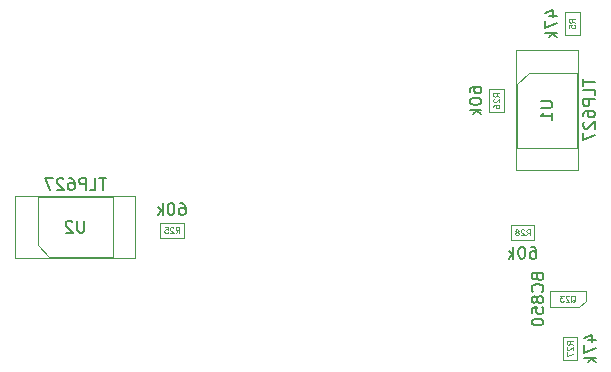
<source format=gbr>
G04 #@! TF.FileFunction,Other,Fab,Bot*
%FSLAX46Y46*%
G04 Gerber Fmt 4.6, Leading zero omitted, Abs format (unit mm)*
G04 Created by KiCad (PCBNEW 4.0.4-stable) date 11/20/17 14:55:23*
%MOMM*%
%LPD*%
G01*
G04 APERTURE LIST*
%ADD10C,0.100000*%
%ADD11C,0.150000*%
%ADD12C,0.075000*%
G04 APERTURE END LIST*
D10*
X133730000Y-95635000D02*
X133730000Y-100985000D01*
X133730000Y-100985000D02*
X138810000Y-100985000D01*
X138810000Y-100985000D02*
X138810000Y-94635000D01*
X138810000Y-94635000D02*
X134730000Y-94635000D01*
X134730000Y-94635000D02*
X133730000Y-95635000D01*
X133670000Y-92730000D02*
X138870000Y-92730000D01*
X138870000Y-92730000D02*
X138870000Y-102890000D01*
X138870000Y-102890000D02*
X133670000Y-102890000D01*
X133670000Y-102890000D02*
X133670000Y-92730000D01*
X94135000Y-110270000D02*
X99485000Y-110270000D01*
X99485000Y-110270000D02*
X99485000Y-105190000D01*
X99485000Y-105190000D02*
X93135000Y-105190000D01*
X93135000Y-105190000D02*
X93135000Y-109270000D01*
X93135000Y-109270000D02*
X94135000Y-110270000D01*
X91230000Y-110330000D02*
X91230000Y-105130000D01*
X91230000Y-105130000D02*
X101390000Y-105130000D01*
X101390000Y-105130000D02*
X101390000Y-110330000D01*
X101390000Y-110330000D02*
X91230000Y-110330000D01*
X137780000Y-91500000D02*
X139020000Y-91500000D01*
X137780000Y-89500000D02*
X137780000Y-91500000D01*
X139020000Y-89500000D02*
X137780000Y-89500000D01*
X139020000Y-91500000D02*
X139020000Y-89500000D01*
X103500000Y-107380000D02*
X103500000Y-108620000D01*
X105500000Y-107380000D02*
X103500000Y-107380000D01*
X105500000Y-108620000D02*
X105500000Y-107380000D01*
X103500000Y-108620000D02*
X105500000Y-108620000D01*
X131380000Y-98000000D02*
X132620000Y-98000000D01*
X131380000Y-96000000D02*
X131380000Y-98000000D01*
X132620000Y-96000000D02*
X131380000Y-96000000D01*
X132620000Y-98000000D02*
X132620000Y-96000000D01*
X138950000Y-114500000D02*
X136500000Y-114500000D01*
X139520000Y-113950000D02*
X139520000Y-113100000D01*
X138950000Y-114500000D02*
X139520000Y-113950000D01*
X139520000Y-113100000D02*
X136480000Y-113100000D01*
X136480000Y-114500000D02*
X136480000Y-113100000D01*
X138820000Y-117000000D02*
X137580000Y-117000000D01*
X138820000Y-119000000D02*
X138820000Y-117000000D01*
X137580000Y-119000000D02*
X138820000Y-119000000D01*
X137580000Y-117000000D02*
X137580000Y-119000000D01*
X135200000Y-108820000D02*
X135200000Y-107580000D01*
X133200000Y-108820000D02*
X135200000Y-108820000D01*
X133200000Y-107580000D02*
X133200000Y-108820000D01*
X135200000Y-107580000D02*
X133200000Y-107580000D01*
D11*
X139322381Y-95190952D02*
X139322381Y-95762381D01*
X140322381Y-95476666D02*
X139322381Y-95476666D01*
X140322381Y-96571905D02*
X140322381Y-96095714D01*
X139322381Y-96095714D01*
X140322381Y-96905238D02*
X139322381Y-96905238D01*
X139322381Y-97286191D01*
X139370000Y-97381429D01*
X139417619Y-97429048D01*
X139512857Y-97476667D01*
X139655714Y-97476667D01*
X139750952Y-97429048D01*
X139798571Y-97381429D01*
X139846190Y-97286191D01*
X139846190Y-96905238D01*
X139322381Y-98333810D02*
X139322381Y-98143333D01*
X139370000Y-98048095D01*
X139417619Y-98000476D01*
X139560476Y-97905238D01*
X139750952Y-97857619D01*
X140131905Y-97857619D01*
X140227143Y-97905238D01*
X140274762Y-97952857D01*
X140322381Y-98048095D01*
X140322381Y-98238572D01*
X140274762Y-98333810D01*
X140227143Y-98381429D01*
X140131905Y-98429048D01*
X139893810Y-98429048D01*
X139798571Y-98381429D01*
X139750952Y-98333810D01*
X139703333Y-98238572D01*
X139703333Y-98048095D01*
X139750952Y-97952857D01*
X139798571Y-97905238D01*
X139893810Y-97857619D01*
X139417619Y-98810000D02*
X139370000Y-98857619D01*
X139322381Y-98952857D01*
X139322381Y-99190953D01*
X139370000Y-99286191D01*
X139417619Y-99333810D01*
X139512857Y-99381429D01*
X139608095Y-99381429D01*
X139750952Y-99333810D01*
X140322381Y-98762381D01*
X140322381Y-99381429D01*
X139322381Y-99714762D02*
X139322381Y-100381429D01*
X140322381Y-99952857D01*
X135722381Y-97048095D02*
X136531905Y-97048095D01*
X136627143Y-97095714D01*
X136674762Y-97143333D01*
X136722381Y-97238571D01*
X136722381Y-97429048D01*
X136674762Y-97524286D01*
X136627143Y-97571905D01*
X136531905Y-97619524D01*
X135722381Y-97619524D01*
X136722381Y-98619524D02*
X136722381Y-98048095D01*
X136722381Y-98333809D02*
X135722381Y-98333809D01*
X135865238Y-98238571D01*
X135960476Y-98143333D01*
X136008095Y-98048095D01*
X98929048Y-103582381D02*
X98357619Y-103582381D01*
X98643334Y-104582381D02*
X98643334Y-103582381D01*
X97548095Y-104582381D02*
X98024286Y-104582381D01*
X98024286Y-103582381D01*
X97214762Y-104582381D02*
X97214762Y-103582381D01*
X96833809Y-103582381D01*
X96738571Y-103630000D01*
X96690952Y-103677619D01*
X96643333Y-103772857D01*
X96643333Y-103915714D01*
X96690952Y-104010952D01*
X96738571Y-104058571D01*
X96833809Y-104106190D01*
X97214762Y-104106190D01*
X95786190Y-103582381D02*
X95976667Y-103582381D01*
X96071905Y-103630000D01*
X96119524Y-103677619D01*
X96214762Y-103820476D01*
X96262381Y-104010952D01*
X96262381Y-104391905D01*
X96214762Y-104487143D01*
X96167143Y-104534762D01*
X96071905Y-104582381D01*
X95881428Y-104582381D01*
X95786190Y-104534762D01*
X95738571Y-104487143D01*
X95690952Y-104391905D01*
X95690952Y-104153810D01*
X95738571Y-104058571D01*
X95786190Y-104010952D01*
X95881428Y-103963333D01*
X96071905Y-103963333D01*
X96167143Y-104010952D01*
X96214762Y-104058571D01*
X96262381Y-104153810D01*
X95310000Y-103677619D02*
X95262381Y-103630000D01*
X95167143Y-103582381D01*
X94929047Y-103582381D01*
X94833809Y-103630000D01*
X94786190Y-103677619D01*
X94738571Y-103772857D01*
X94738571Y-103868095D01*
X94786190Y-104010952D01*
X95357619Y-104582381D01*
X94738571Y-104582381D01*
X94405238Y-103582381D02*
X93738571Y-103582381D01*
X94167143Y-104582381D01*
X97071905Y-107182381D02*
X97071905Y-107991905D01*
X97024286Y-108087143D01*
X96976667Y-108134762D01*
X96881429Y-108182381D01*
X96690952Y-108182381D01*
X96595714Y-108134762D01*
X96548095Y-108087143D01*
X96500476Y-107991905D01*
X96500476Y-107182381D01*
X96071905Y-107277619D02*
X96024286Y-107230000D01*
X95929048Y-107182381D01*
X95690952Y-107182381D01*
X95595714Y-107230000D01*
X95548095Y-107277619D01*
X95500476Y-107372857D01*
X95500476Y-107468095D01*
X95548095Y-107610952D01*
X96119524Y-108182381D01*
X95500476Y-108182381D01*
X136435714Y-89809524D02*
X137102381Y-89809524D01*
X136054762Y-89571428D02*
X136769048Y-89333333D01*
X136769048Y-89952381D01*
X136102381Y-90238095D02*
X136102381Y-90904762D01*
X137102381Y-90476190D01*
X137102381Y-91285714D02*
X136102381Y-91285714D01*
X136721429Y-91380952D02*
X137102381Y-91666667D01*
X136435714Y-91666667D02*
X136816667Y-91285714D01*
D12*
X138626190Y-90416667D02*
X138388095Y-90250000D01*
X138626190Y-90130953D02*
X138126190Y-90130953D01*
X138126190Y-90321429D01*
X138150000Y-90369048D01*
X138173810Y-90392857D01*
X138221429Y-90416667D01*
X138292857Y-90416667D01*
X138340476Y-90392857D01*
X138364286Y-90369048D01*
X138388095Y-90321429D01*
X138388095Y-90130953D01*
X138126190Y-90869048D02*
X138126190Y-90630953D01*
X138364286Y-90607143D01*
X138340476Y-90630953D01*
X138316667Y-90678572D01*
X138316667Y-90797619D01*
X138340476Y-90845238D01*
X138364286Y-90869048D01*
X138411905Y-90892857D01*
X138530952Y-90892857D01*
X138578571Y-90869048D01*
X138602381Y-90845238D01*
X138626190Y-90797619D01*
X138626190Y-90678572D01*
X138602381Y-90630953D01*
X138578571Y-90607143D01*
D11*
X105190476Y-105702381D02*
X105380953Y-105702381D01*
X105476191Y-105750000D01*
X105523810Y-105797619D01*
X105619048Y-105940476D01*
X105666667Y-106130952D01*
X105666667Y-106511905D01*
X105619048Y-106607143D01*
X105571429Y-106654762D01*
X105476191Y-106702381D01*
X105285714Y-106702381D01*
X105190476Y-106654762D01*
X105142857Y-106607143D01*
X105095238Y-106511905D01*
X105095238Y-106273810D01*
X105142857Y-106178571D01*
X105190476Y-106130952D01*
X105285714Y-106083333D01*
X105476191Y-106083333D01*
X105571429Y-106130952D01*
X105619048Y-106178571D01*
X105666667Y-106273810D01*
X104476191Y-105702381D02*
X104380952Y-105702381D01*
X104285714Y-105750000D01*
X104238095Y-105797619D01*
X104190476Y-105892857D01*
X104142857Y-106083333D01*
X104142857Y-106321429D01*
X104190476Y-106511905D01*
X104238095Y-106607143D01*
X104285714Y-106654762D01*
X104380952Y-106702381D01*
X104476191Y-106702381D01*
X104571429Y-106654762D01*
X104619048Y-106607143D01*
X104666667Y-106511905D01*
X104714286Y-106321429D01*
X104714286Y-106083333D01*
X104666667Y-105892857D01*
X104619048Y-105797619D01*
X104571429Y-105750000D01*
X104476191Y-105702381D01*
X103714286Y-106702381D02*
X103714286Y-105702381D01*
X103619048Y-106321429D02*
X103333333Y-106702381D01*
X103333333Y-106035714D02*
X103714286Y-106416667D01*
D12*
X104821428Y-108226190D02*
X104988095Y-107988095D01*
X105107142Y-108226190D02*
X105107142Y-107726190D01*
X104916666Y-107726190D01*
X104869047Y-107750000D01*
X104845238Y-107773810D01*
X104821428Y-107821429D01*
X104821428Y-107892857D01*
X104845238Y-107940476D01*
X104869047Y-107964286D01*
X104916666Y-107988095D01*
X105107142Y-107988095D01*
X104630952Y-107773810D02*
X104607142Y-107750000D01*
X104559523Y-107726190D01*
X104440476Y-107726190D01*
X104392857Y-107750000D01*
X104369047Y-107773810D01*
X104345238Y-107821429D01*
X104345238Y-107869048D01*
X104369047Y-107940476D01*
X104654761Y-108226190D01*
X104345238Y-108226190D01*
X103892857Y-107726190D02*
X104130952Y-107726190D01*
X104154762Y-107964286D01*
X104130952Y-107940476D01*
X104083333Y-107916667D01*
X103964286Y-107916667D01*
X103916667Y-107940476D01*
X103892857Y-107964286D01*
X103869048Y-108011905D01*
X103869048Y-108130952D01*
X103892857Y-108178571D01*
X103916667Y-108202381D01*
X103964286Y-108226190D01*
X104083333Y-108226190D01*
X104130952Y-108202381D01*
X104154762Y-108178571D01*
D11*
X129702381Y-96309524D02*
X129702381Y-96119047D01*
X129750000Y-96023809D01*
X129797619Y-95976190D01*
X129940476Y-95880952D01*
X130130952Y-95833333D01*
X130511905Y-95833333D01*
X130607143Y-95880952D01*
X130654762Y-95928571D01*
X130702381Y-96023809D01*
X130702381Y-96214286D01*
X130654762Y-96309524D01*
X130607143Y-96357143D01*
X130511905Y-96404762D01*
X130273810Y-96404762D01*
X130178571Y-96357143D01*
X130130952Y-96309524D01*
X130083333Y-96214286D01*
X130083333Y-96023809D01*
X130130952Y-95928571D01*
X130178571Y-95880952D01*
X130273810Y-95833333D01*
X129702381Y-97023809D02*
X129702381Y-97119048D01*
X129750000Y-97214286D01*
X129797619Y-97261905D01*
X129892857Y-97309524D01*
X130083333Y-97357143D01*
X130321429Y-97357143D01*
X130511905Y-97309524D01*
X130607143Y-97261905D01*
X130654762Y-97214286D01*
X130702381Y-97119048D01*
X130702381Y-97023809D01*
X130654762Y-96928571D01*
X130607143Y-96880952D01*
X130511905Y-96833333D01*
X130321429Y-96785714D01*
X130083333Y-96785714D01*
X129892857Y-96833333D01*
X129797619Y-96880952D01*
X129750000Y-96928571D01*
X129702381Y-97023809D01*
X130702381Y-97785714D02*
X129702381Y-97785714D01*
X130321429Y-97880952D02*
X130702381Y-98166667D01*
X130035714Y-98166667D02*
X130416667Y-97785714D01*
D12*
X132226190Y-96678572D02*
X131988095Y-96511905D01*
X132226190Y-96392858D02*
X131726190Y-96392858D01*
X131726190Y-96583334D01*
X131750000Y-96630953D01*
X131773810Y-96654762D01*
X131821429Y-96678572D01*
X131892857Y-96678572D01*
X131940476Y-96654762D01*
X131964286Y-96630953D01*
X131988095Y-96583334D01*
X131988095Y-96392858D01*
X131773810Y-96869048D02*
X131750000Y-96892858D01*
X131726190Y-96940477D01*
X131726190Y-97059524D01*
X131750000Y-97107143D01*
X131773810Y-97130953D01*
X131821429Y-97154762D01*
X131869048Y-97154762D01*
X131940476Y-97130953D01*
X132226190Y-96845239D01*
X132226190Y-97154762D01*
X131726190Y-97583333D02*
X131726190Y-97488095D01*
X131750000Y-97440476D01*
X131773810Y-97416667D01*
X131845238Y-97369048D01*
X131940476Y-97345238D01*
X132130952Y-97345238D01*
X132178571Y-97369048D01*
X132202381Y-97392857D01*
X132226190Y-97440476D01*
X132226190Y-97535714D01*
X132202381Y-97583333D01*
X132178571Y-97607143D01*
X132130952Y-97630952D01*
X132011905Y-97630952D01*
X131964286Y-97607143D01*
X131940476Y-97583333D01*
X131916667Y-97535714D01*
X131916667Y-97440476D01*
X131940476Y-97392857D01*
X131964286Y-97369048D01*
X132011905Y-97345238D01*
D11*
X135428571Y-111942858D02*
X135476190Y-112085715D01*
X135523810Y-112133334D01*
X135619048Y-112180953D01*
X135761905Y-112180953D01*
X135857143Y-112133334D01*
X135904762Y-112085715D01*
X135952381Y-111990477D01*
X135952381Y-111609524D01*
X134952381Y-111609524D01*
X134952381Y-111942858D01*
X135000000Y-112038096D01*
X135047619Y-112085715D01*
X135142857Y-112133334D01*
X135238095Y-112133334D01*
X135333333Y-112085715D01*
X135380952Y-112038096D01*
X135428571Y-111942858D01*
X135428571Y-111609524D01*
X135857143Y-113180953D02*
X135904762Y-113133334D01*
X135952381Y-112990477D01*
X135952381Y-112895239D01*
X135904762Y-112752381D01*
X135809524Y-112657143D01*
X135714286Y-112609524D01*
X135523810Y-112561905D01*
X135380952Y-112561905D01*
X135190476Y-112609524D01*
X135095238Y-112657143D01*
X135000000Y-112752381D01*
X134952381Y-112895239D01*
X134952381Y-112990477D01*
X135000000Y-113133334D01*
X135047619Y-113180953D01*
X135380952Y-113752381D02*
X135333333Y-113657143D01*
X135285714Y-113609524D01*
X135190476Y-113561905D01*
X135142857Y-113561905D01*
X135047619Y-113609524D01*
X135000000Y-113657143D01*
X134952381Y-113752381D01*
X134952381Y-113942858D01*
X135000000Y-114038096D01*
X135047619Y-114085715D01*
X135142857Y-114133334D01*
X135190476Y-114133334D01*
X135285714Y-114085715D01*
X135333333Y-114038096D01*
X135380952Y-113942858D01*
X135380952Y-113752381D01*
X135428571Y-113657143D01*
X135476190Y-113609524D01*
X135571429Y-113561905D01*
X135761905Y-113561905D01*
X135857143Y-113609524D01*
X135904762Y-113657143D01*
X135952381Y-113752381D01*
X135952381Y-113942858D01*
X135904762Y-114038096D01*
X135857143Y-114085715D01*
X135761905Y-114133334D01*
X135571429Y-114133334D01*
X135476190Y-114085715D01*
X135428571Y-114038096D01*
X135380952Y-113942858D01*
X134952381Y-115038096D02*
X134952381Y-114561905D01*
X135428571Y-114514286D01*
X135380952Y-114561905D01*
X135333333Y-114657143D01*
X135333333Y-114895239D01*
X135380952Y-114990477D01*
X135428571Y-115038096D01*
X135523810Y-115085715D01*
X135761905Y-115085715D01*
X135857143Y-115038096D01*
X135904762Y-114990477D01*
X135952381Y-114895239D01*
X135952381Y-114657143D01*
X135904762Y-114561905D01*
X135857143Y-114514286D01*
X134952381Y-115704762D02*
X134952381Y-115800001D01*
X135000000Y-115895239D01*
X135047619Y-115942858D01*
X135142857Y-115990477D01*
X135333333Y-116038096D01*
X135571429Y-116038096D01*
X135761905Y-115990477D01*
X135857143Y-115942858D01*
X135904762Y-115895239D01*
X135952381Y-115800001D01*
X135952381Y-115704762D01*
X135904762Y-115609524D01*
X135857143Y-115561905D01*
X135761905Y-115514286D01*
X135571429Y-115466667D01*
X135333333Y-115466667D01*
X135142857Y-115514286D01*
X135047619Y-115561905D01*
X135000000Y-115609524D01*
X134952381Y-115704762D01*
D12*
X138285714Y-114073810D02*
X138333333Y-114050000D01*
X138380952Y-114002381D01*
X138452381Y-113930952D01*
X138500000Y-113907143D01*
X138547619Y-113907143D01*
X138523809Y-114026190D02*
X138571428Y-114002381D01*
X138619047Y-113954762D01*
X138642857Y-113859524D01*
X138642857Y-113692857D01*
X138619047Y-113597619D01*
X138571428Y-113550000D01*
X138523809Y-113526190D01*
X138428571Y-113526190D01*
X138380952Y-113550000D01*
X138333333Y-113597619D01*
X138309524Y-113692857D01*
X138309524Y-113859524D01*
X138333333Y-113954762D01*
X138380952Y-114002381D01*
X138428571Y-114026190D01*
X138523809Y-114026190D01*
X138119047Y-113573810D02*
X138095237Y-113550000D01*
X138047618Y-113526190D01*
X137928571Y-113526190D01*
X137880952Y-113550000D01*
X137857142Y-113573810D01*
X137833333Y-113621429D01*
X137833333Y-113669048D01*
X137857142Y-113740476D01*
X138142856Y-114026190D01*
X137833333Y-114026190D01*
X137666666Y-113526190D02*
X137357143Y-113526190D01*
X137523809Y-113716667D01*
X137452381Y-113716667D01*
X137404762Y-113740476D01*
X137380952Y-113764286D01*
X137357143Y-113811905D01*
X137357143Y-113930952D01*
X137380952Y-113978571D01*
X137404762Y-114002381D01*
X137452381Y-114026190D01*
X137595238Y-114026190D01*
X137642857Y-114002381D01*
X137666666Y-113978571D01*
D11*
X139735714Y-117309524D02*
X140402381Y-117309524D01*
X139354762Y-117071428D02*
X140069048Y-116833333D01*
X140069048Y-117452381D01*
X139402381Y-117738095D02*
X139402381Y-118404762D01*
X140402381Y-117976190D01*
X140402381Y-118785714D02*
X139402381Y-118785714D01*
X140021429Y-118880952D02*
X140402381Y-119166667D01*
X139735714Y-119166667D02*
X140116667Y-118785714D01*
D12*
X138426190Y-117678572D02*
X138188095Y-117511905D01*
X138426190Y-117392858D02*
X137926190Y-117392858D01*
X137926190Y-117583334D01*
X137950000Y-117630953D01*
X137973810Y-117654762D01*
X138021429Y-117678572D01*
X138092857Y-117678572D01*
X138140476Y-117654762D01*
X138164286Y-117630953D01*
X138188095Y-117583334D01*
X138188095Y-117392858D01*
X137973810Y-117869048D02*
X137950000Y-117892858D01*
X137926190Y-117940477D01*
X137926190Y-118059524D01*
X137950000Y-118107143D01*
X137973810Y-118130953D01*
X138021429Y-118154762D01*
X138069048Y-118154762D01*
X138140476Y-118130953D01*
X138426190Y-117845239D01*
X138426190Y-118154762D01*
X137926190Y-118321429D02*
X137926190Y-118654762D01*
X138426190Y-118440476D01*
D11*
X134890476Y-109402381D02*
X135080953Y-109402381D01*
X135176191Y-109450000D01*
X135223810Y-109497619D01*
X135319048Y-109640476D01*
X135366667Y-109830952D01*
X135366667Y-110211905D01*
X135319048Y-110307143D01*
X135271429Y-110354762D01*
X135176191Y-110402381D01*
X134985714Y-110402381D01*
X134890476Y-110354762D01*
X134842857Y-110307143D01*
X134795238Y-110211905D01*
X134795238Y-109973810D01*
X134842857Y-109878571D01*
X134890476Y-109830952D01*
X134985714Y-109783333D01*
X135176191Y-109783333D01*
X135271429Y-109830952D01*
X135319048Y-109878571D01*
X135366667Y-109973810D01*
X134176191Y-109402381D02*
X134080952Y-109402381D01*
X133985714Y-109450000D01*
X133938095Y-109497619D01*
X133890476Y-109592857D01*
X133842857Y-109783333D01*
X133842857Y-110021429D01*
X133890476Y-110211905D01*
X133938095Y-110307143D01*
X133985714Y-110354762D01*
X134080952Y-110402381D01*
X134176191Y-110402381D01*
X134271429Y-110354762D01*
X134319048Y-110307143D01*
X134366667Y-110211905D01*
X134414286Y-110021429D01*
X134414286Y-109783333D01*
X134366667Y-109592857D01*
X134319048Y-109497619D01*
X134271429Y-109450000D01*
X134176191Y-109402381D01*
X133414286Y-110402381D02*
X133414286Y-109402381D01*
X133319048Y-110021429D02*
X133033333Y-110402381D01*
X133033333Y-109735714D02*
X133414286Y-110116667D01*
D12*
X134521428Y-108426190D02*
X134688095Y-108188095D01*
X134807142Y-108426190D02*
X134807142Y-107926190D01*
X134616666Y-107926190D01*
X134569047Y-107950000D01*
X134545238Y-107973810D01*
X134521428Y-108021429D01*
X134521428Y-108092857D01*
X134545238Y-108140476D01*
X134569047Y-108164286D01*
X134616666Y-108188095D01*
X134807142Y-108188095D01*
X134330952Y-107973810D02*
X134307142Y-107950000D01*
X134259523Y-107926190D01*
X134140476Y-107926190D01*
X134092857Y-107950000D01*
X134069047Y-107973810D01*
X134045238Y-108021429D01*
X134045238Y-108069048D01*
X134069047Y-108140476D01*
X134354761Y-108426190D01*
X134045238Y-108426190D01*
X133759524Y-108140476D02*
X133807143Y-108116667D01*
X133830952Y-108092857D01*
X133854762Y-108045238D01*
X133854762Y-108021429D01*
X133830952Y-107973810D01*
X133807143Y-107950000D01*
X133759524Y-107926190D01*
X133664286Y-107926190D01*
X133616667Y-107950000D01*
X133592857Y-107973810D01*
X133569048Y-108021429D01*
X133569048Y-108045238D01*
X133592857Y-108092857D01*
X133616667Y-108116667D01*
X133664286Y-108140476D01*
X133759524Y-108140476D01*
X133807143Y-108164286D01*
X133830952Y-108188095D01*
X133854762Y-108235714D01*
X133854762Y-108330952D01*
X133830952Y-108378571D01*
X133807143Y-108402381D01*
X133759524Y-108426190D01*
X133664286Y-108426190D01*
X133616667Y-108402381D01*
X133592857Y-108378571D01*
X133569048Y-108330952D01*
X133569048Y-108235714D01*
X133592857Y-108188095D01*
X133616667Y-108164286D01*
X133664286Y-108140476D01*
M02*

</source>
